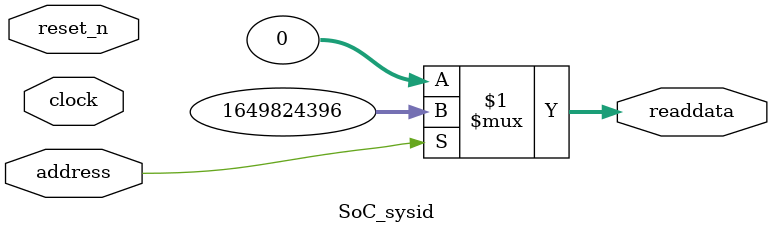
<source format=v>

`timescale 1ns / 1ps
// synthesis translate_on

// turn off superfluous verilog processor warnings 
// altera message_level Level1 
// altera message_off 10034 10035 10036 10037 10230 10240 10030 

module SoC_sysid (
               // inputs:
                address,
                clock,
                reset_n,

               // outputs:
                readdata
             )
;

  output  [ 31: 0] readdata;
  input            address;
  input            clock;
  input            reset_n;

  wire    [ 31: 0] readdata;
  //control_slave, which is an e_avalon_slave
  assign readdata = address ? 1649824396 : 0;

endmodule




</source>
